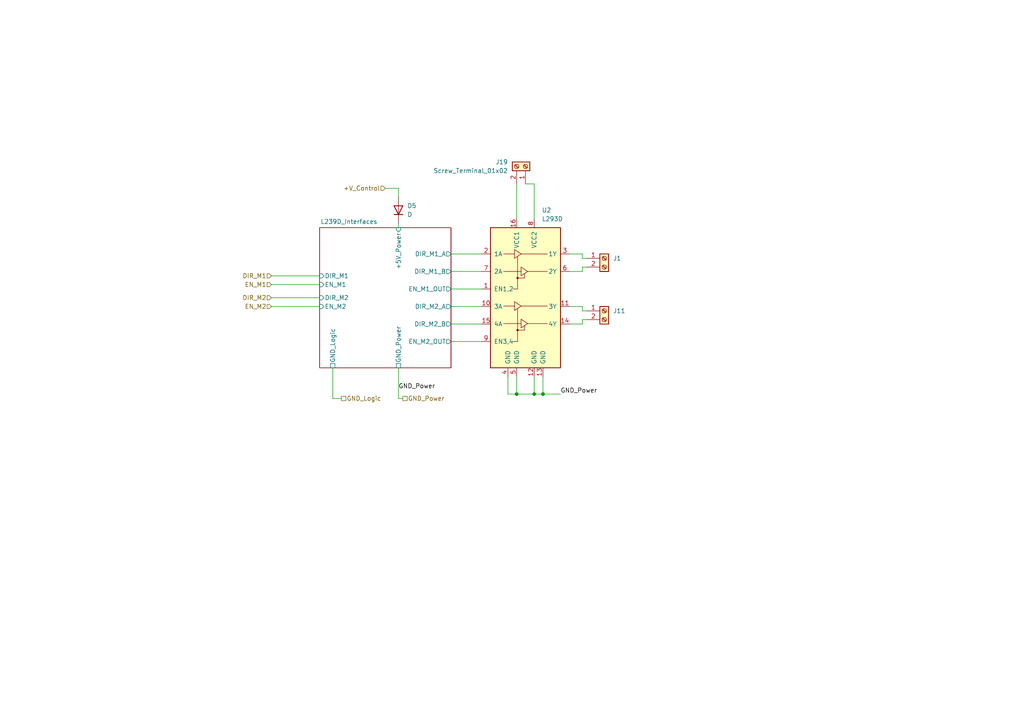
<source format=kicad_sch>
(kicad_sch (version 20231120) (generator "eeschema") (generator_version "8.0")
  (paper "A4")
  (title_block (date "2024-08-29") (rev "1.0") (company "Designed by CREPP-NLG"))
  (lib_symbols
    (symbol "Connector:Screw_Terminal_01x02" (pin_names (offset 1.016) hide)
      (property "Reference" "J" (at 0 2.54 0))
      (property "Value" "Screw_Terminal_01x02" (at 0 -5.08 0))
      (symbol "Screw_Terminal_01x02_1_1"
        (rectangle (start -1.27 1.27) (end 1.27 -3.81) (stroke (width 0.254)) (fill (type background)))
        (circle (center 0 -2.54) (radius 0.635) (stroke (width 0.1524)))
        (polyline (pts (xy -0.5334 -2.2098) (xy 0.3302 -3.048)) (stroke (width 0.1524)))
        (polyline (pts (xy -0.5334 0.3302) (xy 0.3302 -0.508)) (stroke (width 0.1524)))
        (polyline (pts (xy -0.3556 -2.032) (xy 0.508 -2.8702)) (stroke (width 0.1524)))
        (polyline (pts (xy -0.3556 0.508) (xy 0.508 -0.3302)) (stroke (width 0.1524)))
        (circle (center 0 0) (radius 0.635) (stroke (width 0.1524)))
        (pin passive line (at -5.08 0 0) (length 3.81) (name "Pin_1") (number "1"))
        (pin passive line (at -5.08 -2.54 0) (length 3.81) (name "Pin_2") (number "2"))
      )
    )
    (symbol "Device:D" (pin_numbers hide) (pin_names (offset 1.016) hide)
      (property "Reference" "D" (at 0 2.54 0))
      (property "Value" "D" (at 0 -2.54 0))
      (symbol "D_0_1"
        (polyline (pts (xy -1.27 1.27) (xy -1.27 -1.27)) (stroke (width 0.254)))
        (polyline (pts (xy 1.27 0) (xy -1.27 0)))
        (polyline (pts (xy 1.27 1.27) (xy 1.27 -1.27) (xy -1.27 0) (xy 1.27 1.27)) (stroke (width 0.254)))
      )
      (symbol "D_1_1"
        (pin passive line (at -3.81 0 0) (length 2.54) (name "K") (number "1"))
        (pin passive line (at 3.81 0 180) (length 2.54) (name "A") (number "2"))
      )
    )
    (symbol "Driver_Motor:L293D" (pin_names (offset 1.016))
      (property "Reference" "U" (at -5.08 26.035 0))
      (property "Value" "L293D" (at -5.08 24.13 0))
      (symbol "L293D_0_1"
        (rectangle (start -10.16 22.86) (end 10.16 -17.78) (stroke (width 0.254)) (fill (type background)))
        (circle (center -2.286 -6.858) (radius 0.254) (fill (type outline)))
        (circle (center -2.286 8.255) (radius 0.254) (fill (type outline)))
        (polyline (pts (xy -6.35 -4.953) (xy -1.27 -4.953)))
        (polyline (pts (xy -6.35 0.127) (xy -3.175 0.127)))
        (polyline (pts (xy -6.35 10.16) (xy -1.27 10.16)))
        (polyline (pts (xy -6.35 15.24) (xy -3.175 15.24)))
        (polyline (pts (xy -1.27 0.127) (xy 6.35 0.127)))
        (polyline (pts (xy -1.27 15.24) (xy 6.35 15.24)))
        (polyline (pts (xy 0.635 -4.953) (xy 6.35 -4.953)))
        (polyline (pts (xy 0.635 10.16) (xy 6.35 10.16)))
        (polyline (pts (xy -2.286 -6.858) (xy -0.254 -6.858) (xy -0.254 -5.588)))
        (polyline (pts (xy -2.286 -0.635) (xy -2.286 -10.16) (xy -3.556 -10.16)))
        (polyline (pts (xy -2.286 8.255) (xy -0.254 8.255) (xy -0.254 9.525)))
        (polyline (pts (xy -2.286 14.478) (xy -2.286 5.08) (xy -3.556 5.08)))
        (polyline (pts (xy -3.175 1.397) (xy -3.175 -1.143) (xy -1.27 0.127) (xy -3.175 1.397)))
        (polyline (pts (xy -3.175 16.51) (xy -3.175 13.97) (xy -1.27 15.24) (xy -3.175 16.51)))
        (polyline (pts (xy -1.27 -3.683) (xy -1.27 -6.223) (xy 0.635 -4.953) (xy -1.27 -3.683)))
        (polyline (pts (xy -1.27 11.43) (xy -1.27 8.89) (xy 0.635 10.16) (xy -1.27 11.43)))
      )
      (symbol "L293D_1_1"
        (pin input line (at -12.7 5.08 0) (length 2.54) (name "EN1,2") (number "1"))
        (pin input line (at -12.7 0 0) (length 2.54) (name "3A") (number "10"))
        (pin output line (at 12.7 0 180) (length 2.54) (name "3Y") (number "11"))
        (pin power_in line (at 2.54 -20.32 90) (length 2.54) (name "GND") (number "12"))
        (pin power_in line (at 5.08 -20.32 90) (length 2.54) (name "GND") (number "13"))
        (pin output line (at 12.7 -5.08 180) (length 2.54) (name "4Y") (number "14"))
        (pin input line (at -12.7 -5.08 0) (length 2.54) (name "4A") (number "15"))
        (pin power_in line (at -2.54 25.4 270) (length 2.54) (name "VCC1") (number "16"))
        (pin input line (at -12.7 15.24 0) (length 2.54) (name "1A") (number "2"))
        (pin output line (at 12.7 15.24 180) (length 2.54) (name "1Y") (number "3"))
        (pin power_in line (at -5.08 -20.32 90) (length 2.54) (name "GND") (number "4"))
        (pin power_in line (at -2.54 -20.32 90) (length 2.54) (name "GND") (number "5"))
        (pin output line (at 12.7 10.16 180) (length 2.54) (name "2Y") (number "6"))
        (pin input line (at -12.7 10.16 0) (length 2.54) (name "2A") (number "7"))
        (pin power_in line (at 2.54 25.4 270) (length 2.54) (name "VCC2") (number "8"))
        (pin input line (at -12.7 -10.16 0) (length 2.54) (name "EN3,4") (number "9"))
      )
    )
  )
  (junction (at 157.48 114.3))
  (junction (at 154.94 114.3))
  (junction (at 149.86 114.3))
  (wire (pts (xy 78.74 82.55) (xy 92.71 82.55)))
  (wire (pts (xy 170.18 90.17) (xy 168.91 90.17)))
  (wire (pts (xy 115.57 57.15) (xy 115.57 54.61)))
  (wire (pts (xy 78.74 88.9) (xy 92.71 88.9)))
  (wire (pts (xy 78.74 86.36) (xy 92.71 86.36)))
  (wire (pts (xy 165.1 73.66) (xy 168.91 73.66)))
  (wire (pts (xy 78.74 80.01) (xy 92.71 80.01)))
  (wire (pts (xy 157.48 109.22) (xy 157.48 114.3)))
  (wire (pts (xy 168.91 77.47) (xy 168.91 78.74)))
  (wire (pts (xy 154.94 114.3) (xy 157.48 114.3)))
  (wire (pts (xy 170.18 77.47) (xy 168.91 77.47)))
  (wire (pts (xy 165.1 93.98) (xy 168.91 93.98)))
  (wire (pts (xy 149.86 109.22) (xy 149.86 114.3)))
  (wire (pts (xy 130.81 88.9) (xy 139.7 88.9)))
  (wire (pts (xy 115.57 106.68) (xy 115.57 115.57)))
  (wire (pts (xy 116.84 115.57) (xy 115.57 115.57)))
  (wire (pts (xy 168.91 88.9) (xy 165.1 88.9)))
  (wire (pts (xy 147.32 114.3) (xy 149.86 114.3)))
  (wire (pts (xy 115.57 64.77) (xy 115.57 66.04)))
  (wire (pts (xy 147.32 109.22) (xy 147.32 114.3)))
  (wire (pts (xy 154.94 53.34) (xy 152.4 53.34)))
  (wire (pts (xy 115.57 54.61) (xy 111.76 54.61)))
  (wire (pts (xy 130.81 73.66) (xy 139.7 73.66)))
  (wire (pts (xy 130.81 93.98) (xy 139.7 93.98)))
  (wire (pts (xy 154.94 109.22) (xy 154.94 114.3)))
  (wire (pts (xy 149.86 53.34) (xy 149.86 63.5)))
  (wire (pts (xy 157.48 114.3) (xy 162.56 114.3)))
  (wire (pts (xy 149.86 114.3) (xy 154.94 114.3)))
  (wire (pts (xy 168.91 74.93) (xy 168.91 73.66)))
  (wire (pts (xy 154.94 63.5) (xy 154.94 53.34)))
  (wire (pts (xy 170.18 92.71) (xy 168.91 92.71)))
  (wire (pts (xy 168.91 90.17) (xy 168.91 88.9)))
  (wire (pts (xy 130.81 99.06) (xy 139.7 99.06)))
  (wire (pts (xy 96.52 115.57) (xy 99.06 115.57)))
  (wire (pts (xy 96.52 106.68) (xy 96.52 115.57)))
  (wire (pts (xy 165.1 78.74) (xy 168.91 78.74)))
  (wire (pts (xy 170.18 74.93) (xy 168.91 74.93)))
  (wire (pts (xy 168.91 92.71) (xy 168.91 93.98)))
  (wire (pts (xy 130.81 83.82) (xy 139.7 83.82)))
  (wire (pts (xy 130.81 78.74) (xy 139.7 78.74)))
  (label "GND_Power" (at 162.56 114.3 0))
  (label "GND_Power" (at 115.57 113.03 0))
  (hierarchical_label "EN_M1" (shape input) (at 78.74 82.55 180))
  (hierarchical_label "DIR_M2" (shape input) (at 78.74 86.36 180))
  (hierarchical_label "GND_Logic" (shape passive) (at 99.06 115.57 0))
  (hierarchical_label "GND_Power" (shape passive) (at 116.84 115.57 0))
  (hierarchical_label "+V_Control" (shape input) (at 111.76 54.61 180))
  (hierarchical_label "EN_M2" (shape input) (at 78.74 88.9 180))
  (hierarchical_label "DIR_M1" (shape input) (at 78.74 80.01 180))
  (symbol (lib_id "Connector:Screw_Terminal_01x02") (at 175.26 74.93 0) (unit 1)
    (property "Reference" "J1" (at 177.8 74.9299 0) (effects (justify left)))
    (property "Value" "Screw_Terminal_01x02" (effects (hide yes)))
    (property "Footprint" "TerminalBlock_Phoenix:TerminalBlock_Phoenix_MKDS-3-2-5.08_1x02_P5.08mm_Horizontal" (effects (hide yes)))
    (property "Description" "Generic screw terminal, single row, 01x02, script generated (kicad-library-utils/schlib/autogen/connector/)" (effects (hide yes)))
  )
  (symbol (lib_id "Connector:Screw_Terminal_01x02") (at 175.26 90.17 0) (unit 1)
    (property "Reference" "J11" (at 177.8 90.1699 0) (effects (justify left)))
    (property "Value" "Screw_Terminal_01x02" (effects (hide yes)))
    (property "Footprint" "TerminalBlock_Phoenix:TerminalBlock_Phoenix_MKDS-3-2-5.08_1x02_P5.08mm_Horizontal" (effects (hide yes)))
    (property "Description" "Generic screw terminal, single row, 01x02, script generated (kicad-library-utils/schlib/autogen/connector/)" (effects (hide yes)))
  )
  (symbol (lib_id "Device:D") (at 115.57 60.96 90) (unit 1)
    (property "Reference" "D5" (at 118.11 59.6899 90) (effects (justify right)))
    (property "Value" "D" (at 118.11 62.2299 90) (effects (justify right)))
    (property "Footprint" "Diode_THT:D_A-405_P7.62mm_Horizontal" (effects (hide yes)))
    (property "Description" "Diode" (effects (hide yes)))
    (property "Sim.Device" "D" (effects (hide yes)))
    (property "Sim.Pins" "1=K 2=A" (effects (hide yes)))
  )
  (symbol (lib_id "Driver_Motor:L293D") (at 152.4 88.9 0) (unit 1)
    (property "Reference" "U2" (at 157.1341 60.96 0) (effects (justify left)))
    (property "Value" "L293D" (at 157.1341 63.5 0) (effects (justify left)))
    (property "Footprint" "Package_DIP:DIP-16_W7.62mm_Socket" (effects (hide yes)))
    (property "Datasheet" "http://www.ti.com/lit/ds/symlink/l293.pdf" (effects (hide yes)))
    (property "Description" "Quadruple Half-H Drivers" (effects (hide yes)))
  )
  (symbol (lib_id "Connector:Screw_Terminal_01x02") (at 152.4 48.26 270) (mirror x) (unit 1)
    (property "Reference" "J19" (at 147.32 46.9899 90) (effects (justify right)))
    (property "Value" "Screw_Terminal_01x02" (at 147.32 49.5299 90) (effects (justify right)))
    (property "Footprint" "TerminalBlock_Phoenix:TerminalBlock_Phoenix_MKDS-3-2-5.08_1x02_P5.08mm_Horizontal" (effects (hide yes)))
    (property "Description" "Generic screw terminal, single row, 01x02, script generated (kicad-library-utils/schlib/autogen/connector/)" (effects (hide yes)))
  )
  (sheet (at 92.71 66.04) (size 38.1 40.64) (stroke (width 0.1524))
    (property "Sheetname" "L239D_Interfaces" (at 92.964 65.024 0) (effects (justify left bottom)))
    (property "Sheetfile" "L239D_Interfaces.kicad_sch" (effects (hide yes)))
    (pin "+5V_Power" input (at 115.57 66.04 90))
    (pin "GND_Power" passive (at 115.57 106.68 270))
    (pin "DIR_M2" input (at 92.71 86.36 180))
    (pin "EN_M1" input (at 92.71 82.55 180))
    (pin "EN_M2" input (at 92.71 88.9 180))
    (pin "DIR_M1_B" output (at 130.81 78.74 0))
    (pin "DIR_M1_A" output (at 130.81 73.66 0))
    (pin "DIR_M2_A" output (at 130.81 88.9 0))
    (pin "DIR_M2_B" output (at 130.81 93.98 0))
    (pin "DIR_M1" input (at 92.71 80.01 180))
    (pin "EN_M2_OUT" output (at 130.81 99.06 0))
    (pin "EN_M1_OUT" output (at 130.81 83.82 0))
    (pin "GND_Logic" passive (at 96.52 106.68 270))
  )
)
</source>
